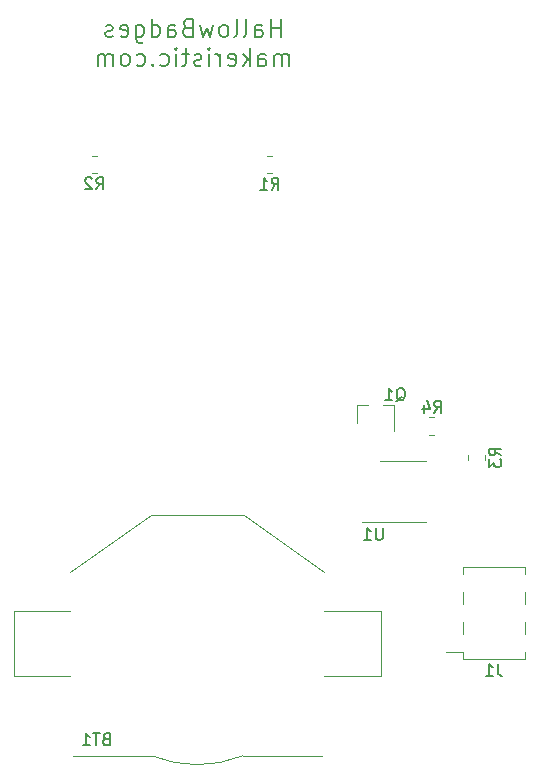
<source format=gbr>
%TF.GenerationSoftware,KiCad,Pcbnew,(5.1.7-0-10_14)*%
%TF.CreationDate,2020-10-21T09:07:25+08:00*%
%TF.ProjectId,HallowBadges,48616c6c-6f77-4426-9164-6765732e6b69,rev?*%
%TF.SameCoordinates,Original*%
%TF.FileFunction,Legend,Bot*%
%TF.FilePolarity,Positive*%
%FSLAX46Y46*%
G04 Gerber Fmt 4.6, Leading zero omitted, Abs format (unit mm)*
G04 Created by KiCad (PCBNEW (5.1.7-0-10_14)) date 2020-10-21 09:07:25*
%MOMM*%
%LPD*%
G01*
G04 APERTURE LIST*
%ADD10C,0.200000*%
%ADD11C,0.120000*%
%ADD12C,0.150000*%
G04 APERTURE END LIST*
D10*
X141192857Y-59353571D02*
X141192857Y-57853571D01*
X141192857Y-58567857D02*
X140335714Y-58567857D01*
X140335714Y-59353571D02*
X140335714Y-57853571D01*
X138978571Y-59353571D02*
X138978571Y-58567857D01*
X139050000Y-58425000D01*
X139192857Y-58353571D01*
X139478571Y-58353571D01*
X139621428Y-58425000D01*
X138978571Y-59282142D02*
X139121428Y-59353571D01*
X139478571Y-59353571D01*
X139621428Y-59282142D01*
X139692857Y-59139285D01*
X139692857Y-58996428D01*
X139621428Y-58853571D01*
X139478571Y-58782142D01*
X139121428Y-58782142D01*
X138978571Y-58710714D01*
X138050000Y-59353571D02*
X138192857Y-59282142D01*
X138264285Y-59139285D01*
X138264285Y-57853571D01*
X137264285Y-59353571D02*
X137407142Y-59282142D01*
X137478571Y-59139285D01*
X137478571Y-57853571D01*
X136478571Y-59353571D02*
X136621428Y-59282142D01*
X136692857Y-59210714D01*
X136764285Y-59067857D01*
X136764285Y-58639285D01*
X136692857Y-58496428D01*
X136621428Y-58425000D01*
X136478571Y-58353571D01*
X136264285Y-58353571D01*
X136121428Y-58425000D01*
X136050000Y-58496428D01*
X135978571Y-58639285D01*
X135978571Y-59067857D01*
X136050000Y-59210714D01*
X136121428Y-59282142D01*
X136264285Y-59353571D01*
X136478571Y-59353571D01*
X135478571Y-58353571D02*
X135192857Y-59353571D01*
X134907142Y-58639285D01*
X134621428Y-59353571D01*
X134335714Y-58353571D01*
X133264285Y-58567857D02*
X133050000Y-58639285D01*
X132978571Y-58710714D01*
X132907142Y-58853571D01*
X132907142Y-59067857D01*
X132978571Y-59210714D01*
X133050000Y-59282142D01*
X133192857Y-59353571D01*
X133764285Y-59353571D01*
X133764285Y-57853571D01*
X133264285Y-57853571D01*
X133121428Y-57925000D01*
X133050000Y-57996428D01*
X132978571Y-58139285D01*
X132978571Y-58282142D01*
X133050000Y-58425000D01*
X133121428Y-58496428D01*
X133264285Y-58567857D01*
X133764285Y-58567857D01*
X131621428Y-59353571D02*
X131621428Y-58567857D01*
X131692857Y-58425000D01*
X131835714Y-58353571D01*
X132121428Y-58353571D01*
X132264285Y-58425000D01*
X131621428Y-59282142D02*
X131764285Y-59353571D01*
X132121428Y-59353571D01*
X132264285Y-59282142D01*
X132335714Y-59139285D01*
X132335714Y-58996428D01*
X132264285Y-58853571D01*
X132121428Y-58782142D01*
X131764285Y-58782142D01*
X131621428Y-58710714D01*
X130264285Y-59353571D02*
X130264285Y-57853571D01*
X130264285Y-59282142D02*
X130407142Y-59353571D01*
X130692857Y-59353571D01*
X130835714Y-59282142D01*
X130907142Y-59210714D01*
X130978571Y-59067857D01*
X130978571Y-58639285D01*
X130907142Y-58496428D01*
X130835714Y-58425000D01*
X130692857Y-58353571D01*
X130407142Y-58353571D01*
X130264285Y-58425000D01*
X128907142Y-58353571D02*
X128907142Y-59567857D01*
X128978571Y-59710714D01*
X129050000Y-59782142D01*
X129192857Y-59853571D01*
X129407142Y-59853571D01*
X129550000Y-59782142D01*
X128907142Y-59282142D02*
X129050000Y-59353571D01*
X129335714Y-59353571D01*
X129478571Y-59282142D01*
X129550000Y-59210714D01*
X129621428Y-59067857D01*
X129621428Y-58639285D01*
X129550000Y-58496428D01*
X129478571Y-58425000D01*
X129335714Y-58353571D01*
X129050000Y-58353571D01*
X128907142Y-58425000D01*
X127621428Y-59282142D02*
X127764285Y-59353571D01*
X128050000Y-59353571D01*
X128192857Y-59282142D01*
X128264285Y-59139285D01*
X128264285Y-58567857D01*
X128192857Y-58425000D01*
X128050000Y-58353571D01*
X127764285Y-58353571D01*
X127621428Y-58425000D01*
X127550000Y-58567857D01*
X127550000Y-58710714D01*
X128264285Y-58853571D01*
X126978571Y-59282142D02*
X126835714Y-59353571D01*
X126550000Y-59353571D01*
X126407142Y-59282142D01*
X126335714Y-59139285D01*
X126335714Y-59067857D01*
X126407142Y-58925000D01*
X126550000Y-58853571D01*
X126764285Y-58853571D01*
X126907142Y-58782142D01*
X126978571Y-58639285D01*
X126978571Y-58567857D01*
X126907142Y-58425000D01*
X126764285Y-58353571D01*
X126550000Y-58353571D01*
X126407142Y-58425000D01*
X141907142Y-61803571D02*
X141907142Y-60803571D01*
X141907142Y-60946428D02*
X141835714Y-60875000D01*
X141692857Y-60803571D01*
X141478571Y-60803571D01*
X141335714Y-60875000D01*
X141264285Y-61017857D01*
X141264285Y-61803571D01*
X141264285Y-61017857D02*
X141192857Y-60875000D01*
X141050000Y-60803571D01*
X140835714Y-60803571D01*
X140692857Y-60875000D01*
X140621428Y-61017857D01*
X140621428Y-61803571D01*
X139264285Y-61803571D02*
X139264285Y-61017857D01*
X139335714Y-60875000D01*
X139478571Y-60803571D01*
X139764285Y-60803571D01*
X139907142Y-60875000D01*
X139264285Y-61732142D02*
X139407142Y-61803571D01*
X139764285Y-61803571D01*
X139907142Y-61732142D01*
X139978571Y-61589285D01*
X139978571Y-61446428D01*
X139907142Y-61303571D01*
X139764285Y-61232142D01*
X139407142Y-61232142D01*
X139264285Y-61160714D01*
X138550000Y-61803571D02*
X138550000Y-60303571D01*
X138407142Y-61232142D02*
X137978571Y-61803571D01*
X137978571Y-60803571D02*
X138550000Y-61375000D01*
X136764285Y-61732142D02*
X136907142Y-61803571D01*
X137192857Y-61803571D01*
X137335714Y-61732142D01*
X137407142Y-61589285D01*
X137407142Y-61017857D01*
X137335714Y-60875000D01*
X137192857Y-60803571D01*
X136907142Y-60803571D01*
X136764285Y-60875000D01*
X136692857Y-61017857D01*
X136692857Y-61160714D01*
X137407142Y-61303571D01*
X136050000Y-61803571D02*
X136050000Y-60803571D01*
X136050000Y-61089285D02*
X135978571Y-60946428D01*
X135907142Y-60875000D01*
X135764285Y-60803571D01*
X135621428Y-60803571D01*
X135121428Y-61803571D02*
X135121428Y-60803571D01*
X135121428Y-60303571D02*
X135192857Y-60375000D01*
X135121428Y-60446428D01*
X135050000Y-60375000D01*
X135121428Y-60303571D01*
X135121428Y-60446428D01*
X134478571Y-61732142D02*
X134335714Y-61803571D01*
X134050000Y-61803571D01*
X133907142Y-61732142D01*
X133835714Y-61589285D01*
X133835714Y-61517857D01*
X133907142Y-61375000D01*
X134050000Y-61303571D01*
X134264285Y-61303571D01*
X134407142Y-61232142D01*
X134478571Y-61089285D01*
X134478571Y-61017857D01*
X134407142Y-60875000D01*
X134264285Y-60803571D01*
X134050000Y-60803571D01*
X133907142Y-60875000D01*
X133407142Y-60803571D02*
X132835714Y-60803571D01*
X133192857Y-60303571D02*
X133192857Y-61589285D01*
X133121428Y-61732142D01*
X132978571Y-61803571D01*
X132835714Y-61803571D01*
X132335714Y-61803571D02*
X132335714Y-60803571D01*
X132335714Y-60303571D02*
X132407142Y-60375000D01*
X132335714Y-60446428D01*
X132264285Y-60375000D01*
X132335714Y-60303571D01*
X132335714Y-60446428D01*
X130978571Y-61732142D02*
X131121428Y-61803571D01*
X131407142Y-61803571D01*
X131550000Y-61732142D01*
X131621428Y-61660714D01*
X131692857Y-61517857D01*
X131692857Y-61089285D01*
X131621428Y-60946428D01*
X131550000Y-60875000D01*
X131407142Y-60803571D01*
X131121428Y-60803571D01*
X130978571Y-60875000D01*
X130335714Y-61660714D02*
X130264285Y-61732142D01*
X130335714Y-61803571D01*
X130407142Y-61732142D01*
X130335714Y-61660714D01*
X130335714Y-61803571D01*
X128978571Y-61732142D02*
X129121428Y-61803571D01*
X129407142Y-61803571D01*
X129550000Y-61732142D01*
X129621428Y-61660714D01*
X129692857Y-61517857D01*
X129692857Y-61089285D01*
X129621428Y-60946428D01*
X129550000Y-60875000D01*
X129407142Y-60803571D01*
X129121428Y-60803571D01*
X128978571Y-60875000D01*
X128121428Y-61803571D02*
X128264285Y-61732142D01*
X128335714Y-61660714D01*
X128407142Y-61517857D01*
X128407142Y-61089285D01*
X128335714Y-60946428D01*
X128264285Y-60875000D01*
X128121428Y-60803571D01*
X127907142Y-60803571D01*
X127764285Y-60875000D01*
X127692857Y-60946428D01*
X127621428Y-61089285D01*
X127621428Y-61517857D01*
X127692857Y-61660714D01*
X127764285Y-61732142D01*
X127907142Y-61803571D01*
X128121428Y-61803571D01*
X126978571Y-61803571D02*
X126978571Y-60803571D01*
X126978571Y-60946428D02*
X126907142Y-60875000D01*
X126764285Y-60803571D01*
X126550000Y-60803571D01*
X126407142Y-60875000D01*
X126335714Y-61017857D01*
X126335714Y-61803571D01*
X126335714Y-61017857D02*
X126264285Y-60875000D01*
X126121428Y-60803571D01*
X125907142Y-60803571D01*
X125764285Y-60875000D01*
X125692857Y-61017857D01*
X125692857Y-61803571D01*
D11*
%TO.C,BT1*%
X123314540Y-104676220D02*
X130164540Y-99876220D01*
X130164540Y-99876220D02*
X138064540Y-99876220D01*
X138064540Y-99876220D02*
X144864540Y-104676220D01*
X123564540Y-120226220D02*
X130264540Y-120226220D01*
X144664540Y-120226220D02*
X137964540Y-120226220D01*
X123364540Y-113476220D02*
X118564540Y-113476220D01*
X118564540Y-113476220D02*
X118564540Y-107976220D01*
X118564540Y-107976220D02*
X123364540Y-107976220D01*
X144864540Y-107976220D02*
X149664540Y-107976220D01*
X149664540Y-107976220D02*
X149664540Y-113476220D01*
X149664540Y-113476220D02*
X144864540Y-113476220D01*
X130268155Y-120227684D02*
G75*
G03*
X137964540Y-120226220I3846385J9501464D01*
G01*
%TO.C,J1*%
X161837680Y-107375420D02*
X161837680Y-106355420D01*
X156637680Y-107375420D02*
X156637680Y-106355420D01*
X161837680Y-109915420D02*
X161837680Y-108895420D01*
X156637680Y-109915420D02*
X156637680Y-108895420D01*
X161837680Y-104835420D02*
X161837680Y-104265420D01*
X156637680Y-104835420D02*
X156637680Y-104265420D01*
X161837680Y-112005420D02*
X161837680Y-111435420D01*
X156637680Y-112005420D02*
X156637680Y-111435420D01*
X155197680Y-111435420D02*
X156637680Y-111435420D01*
X156637680Y-104265420D02*
X161837680Y-104265420D01*
X156637680Y-112005420D02*
X161837680Y-112005420D01*
%TO.C,Q1*%
X147619600Y-90553000D02*
X147619600Y-92013000D01*
X150779600Y-90553000D02*
X150779600Y-92713000D01*
X150779600Y-90553000D02*
X149849600Y-90553000D01*
X147619600Y-90553000D02*
X148549600Y-90553000D01*
%TO.C,R1*%
X140013956Y-69450280D02*
X140468084Y-69450280D01*
X140013956Y-70920280D02*
X140468084Y-70920280D01*
%TO.C,R2*%
X125185436Y-70892340D02*
X125639564Y-70892340D01*
X125185436Y-69422340D02*
X125639564Y-69422340D01*
%TO.C,R3*%
X158476620Y-94738456D02*
X158476620Y-95192584D01*
X157006620Y-94738456D02*
X157006620Y-95192584D01*
%TO.C,R4*%
X153740116Y-93030980D02*
X154194244Y-93030980D01*
X153740116Y-91560980D02*
X154194244Y-91560980D01*
%TO.C,U1*%
X151505920Y-100426200D02*
X148055920Y-100426200D01*
X151505920Y-100426200D02*
X153455920Y-100426200D01*
X151505920Y-95306200D02*
X149555920Y-95306200D01*
X151505920Y-95306200D02*
X153455920Y-95306200D01*
%TO.C,BT1*%
D12*
X126383634Y-118798031D02*
X126240777Y-118845650D01*
X126193158Y-118893269D01*
X126145539Y-118988507D01*
X126145539Y-119131364D01*
X126193158Y-119226602D01*
X126240777Y-119274221D01*
X126336015Y-119321840D01*
X126716967Y-119321840D01*
X126716967Y-118321840D01*
X126383634Y-118321840D01*
X126288396Y-118369460D01*
X126240777Y-118417079D01*
X126193158Y-118512317D01*
X126193158Y-118607555D01*
X126240777Y-118702793D01*
X126288396Y-118750412D01*
X126383634Y-118798031D01*
X126716967Y-118798031D01*
X125859824Y-118321840D02*
X125288396Y-118321840D01*
X125574110Y-119321840D02*
X125574110Y-118321840D01*
X124431253Y-119321840D02*
X125002681Y-119321840D01*
X124716967Y-119321840D02*
X124716967Y-118321840D01*
X124812205Y-118464698D01*
X124907443Y-118559936D01*
X125002681Y-118607555D01*
%TO.C,J1*%
X159571013Y-112457800D02*
X159571013Y-113172086D01*
X159618632Y-113314943D01*
X159713870Y-113410181D01*
X159856727Y-113457800D01*
X159951965Y-113457800D01*
X158571013Y-113457800D02*
X159142441Y-113457800D01*
X158856727Y-113457800D02*
X158856727Y-112457800D01*
X158951965Y-112600658D01*
X159047203Y-112695896D01*
X159142441Y-112743515D01*
%TO.C,Q1*%
X150958538Y-90209619D02*
X151053776Y-90162000D01*
X151149014Y-90066761D01*
X151291871Y-89923904D01*
X151387109Y-89876285D01*
X151482347Y-89876285D01*
X151434728Y-90114380D02*
X151529966Y-90066761D01*
X151625204Y-89971523D01*
X151672823Y-89781047D01*
X151672823Y-89447714D01*
X151625204Y-89257238D01*
X151529966Y-89162000D01*
X151434728Y-89114380D01*
X151244252Y-89114380D01*
X151149014Y-89162000D01*
X151053776Y-89257238D01*
X151006157Y-89447714D01*
X151006157Y-89781047D01*
X151053776Y-89971523D01*
X151149014Y-90066761D01*
X151244252Y-90114380D01*
X151434728Y-90114380D01*
X150053776Y-90114380D02*
X150625204Y-90114380D01*
X150339490Y-90114380D02*
X150339490Y-89114380D01*
X150434728Y-89257238D01*
X150529966Y-89352476D01*
X150625204Y-89400095D01*
%TO.C,R1*%
X140407686Y-72287660D02*
X140741020Y-71811470D01*
X140979115Y-72287660D02*
X140979115Y-71287660D01*
X140598162Y-71287660D01*
X140502924Y-71335280D01*
X140455305Y-71382899D01*
X140407686Y-71478137D01*
X140407686Y-71620994D01*
X140455305Y-71716232D01*
X140502924Y-71763851D01*
X140598162Y-71811470D01*
X140979115Y-71811470D01*
X139455305Y-72287660D02*
X140026734Y-72287660D01*
X139741020Y-72287660D02*
X139741020Y-71287660D01*
X139836258Y-71430518D01*
X139931496Y-71525756D01*
X140026734Y-71573375D01*
%TO.C,R2*%
X125579166Y-72259720D02*
X125912500Y-71783530D01*
X126150595Y-72259720D02*
X126150595Y-71259720D01*
X125769642Y-71259720D01*
X125674404Y-71307340D01*
X125626785Y-71354959D01*
X125579166Y-71450197D01*
X125579166Y-71593054D01*
X125626785Y-71688292D01*
X125674404Y-71735911D01*
X125769642Y-71783530D01*
X126150595Y-71783530D01*
X125198214Y-71354959D02*
X125150595Y-71307340D01*
X125055357Y-71259720D01*
X124817261Y-71259720D01*
X124722023Y-71307340D01*
X124674404Y-71354959D01*
X124626785Y-71450197D01*
X124626785Y-71545435D01*
X124674404Y-71688292D01*
X125245833Y-72259720D01*
X124626785Y-72259720D01*
%TO.C,R3*%
X159845000Y-94798853D02*
X159368810Y-94465520D01*
X159845000Y-94227424D02*
X158845000Y-94227424D01*
X158845000Y-94608377D01*
X158892620Y-94703615D01*
X158940239Y-94751234D01*
X159035477Y-94798853D01*
X159178334Y-94798853D01*
X159273572Y-94751234D01*
X159321191Y-94703615D01*
X159368810Y-94608377D01*
X159368810Y-94227424D01*
X158845000Y-95132186D02*
X158845000Y-95751234D01*
X159225953Y-95417900D01*
X159225953Y-95560758D01*
X159273572Y-95655996D01*
X159321191Y-95703615D01*
X159416429Y-95751234D01*
X159654524Y-95751234D01*
X159749762Y-95703615D01*
X159797381Y-95655996D01*
X159845000Y-95560758D01*
X159845000Y-95275043D01*
X159797381Y-95179805D01*
X159749762Y-95132186D01*
%TO.C,R4*%
X154171946Y-91173560D02*
X154505280Y-90697370D01*
X154743375Y-91173560D02*
X154743375Y-90173560D01*
X154362422Y-90173560D01*
X154267184Y-90221180D01*
X154219565Y-90268799D01*
X154171946Y-90364037D01*
X154171946Y-90506894D01*
X154219565Y-90602132D01*
X154267184Y-90649751D01*
X154362422Y-90697370D01*
X154743375Y-90697370D01*
X153314803Y-90506894D02*
X153314803Y-91173560D01*
X153552899Y-90125941D02*
X153790994Y-90840227D01*
X153171946Y-90840227D01*
%TO.C,U1*%
X149816724Y-100938080D02*
X149816724Y-101747604D01*
X149769105Y-101842842D01*
X149721486Y-101890461D01*
X149626248Y-101938080D01*
X149435772Y-101938080D01*
X149340534Y-101890461D01*
X149292915Y-101842842D01*
X149245296Y-101747604D01*
X149245296Y-100938080D01*
X148245296Y-101938080D02*
X148816724Y-101938080D01*
X148531010Y-101938080D02*
X148531010Y-100938080D01*
X148626248Y-101080938D01*
X148721486Y-101176176D01*
X148816724Y-101223795D01*
%TD*%
M02*

</source>
